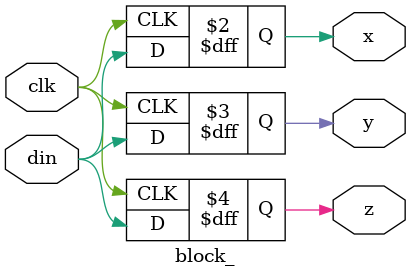
<source format=v>
module block_(din, clk, x, y, z);
input din;
input clk;
output reg x;
output reg y;
output reg z;
always @(posedge clk)
begin
      	x = din;
        y = x;
        z = y;
end
endmodule

</source>
